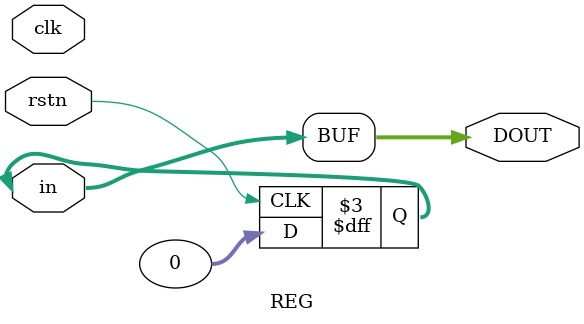
<source format=v>
module REG #(
    parameter DWIDTH=32
)(
    input  wire clk,
    input  wire rstn,
    input  wire [DWIDTH-1:0] in,
    output reg [DWIDTH-1:0] DOUT

);

always @(posedge rstn) begin
	DOUT[DWIDTH-1:0]=32'b0;
end

always @(*) begin
    DOUT[DWIDTH-1:0]=in;
end

endmodule //Ins_REG
</source>
